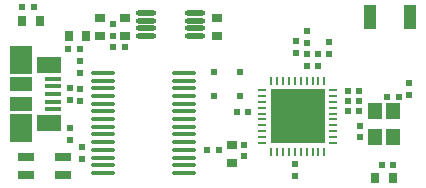
<source format=gtp>
%FSTAX23Y23*%
%MOMM*%
%SFA1B1*%

%IPPOS*%
%ADD10R,0.599999X0.499999*%
%ADD11R,0.499999X0.599999*%
%ADD12R,2.099996X1.474997*%
%ADD13R,1.379997X0.449999*%
%ADD14R,1.899996X1.174998*%
%ADD15R,1.899996X2.374995*%
%ADD16R,0.699999X0.899998*%
%ADD17R,0.899998X0.699999*%
%ADD18O,1.799996X0.449999*%
%ADD19O,2.099996X0.349999*%
%ADD20R,0.599999X0.599999*%
%ADD21R,1.149998X1.399997*%
%ADD22R,0.999998X1.999996*%
%ADD23R,1.399997X0.699999*%
%ADD24O,0.799998X0.200000*%
%ADD25O,0.200000X0.799998*%
%ADD26R,4.599991X4.599991*%
%LNusb_dongle_pcb-1*%
%LPD*%
G54D10*
X57349Y27349D03*
X58349D03*
X26924Y40749D03*
X27924D03*
X31799Y37249D03*
X30799D03*
X42574Y28674D03*
X43574D03*
X54474Y33674D03*
X55474D03*
X54474Y32799D03*
X55474D03*
X57824Y33174D03*
X58824D03*
X54474Y31924D03*
X55474D03*
X34624Y37374D03*
X35624D03*
X46074Y31849D03*
X45074D03*
G54D11*
X30974Y33899D03*
Y32899D03*
X31849Y32849D03*
Y33849D03*
X50099Y36849D03*
Y37849D03*
X52874Y36774D03*
Y37774D03*
X34574Y38299D03*
Y39299D03*
X31949Y27874D03*
Y28874D03*
X30924Y29549D03*
Y30549D03*
X31849Y35174D03*
Y36174D03*
X45724Y29124D03*
Y28124D03*
X59699Y33349D03*
Y34349D03*
X51074Y35774D03*
Y36774D03*
X51949D03*
Y35774D03*
X51074Y37724D03*
Y38724D03*
X55549Y29724D03*
Y30724D03*
X49999Y27474D03*
Y26474D03*
G54D12*
X29149Y35862D03*
Y30937D03*
G54D13*
X29509Y32099D03*
Y32749D03*
Y33399D03*
Y34699D03*
Y34049D03*
G54D14*
X26849Y32562D03*
Y34237D03*
G54D15*
X26849Y30487D03*
Y36312D03*
G54D16*
X30849Y38324D03*
X32349D03*
X28399Y39624D03*
X26899D03*
X56799Y26274D03*
X58299D03*
G54D17*
X33499Y39799D03*
Y38299D03*
X35624Y39799D03*
Y38299D03*
X44674Y29074D03*
Y27574D03*
X43449Y38324D03*
Y39824D03*
G54D18*
X37424Y40274D03*
Y39624D03*
Y38974D03*
Y38324D03*
X41574Y40274D03*
Y39624D03*
Y38974D03*
Y38324D03*
G54D19*
X33749Y35174D03*
Y34524D03*
Y33874D03*
Y33224D03*
Y32574D03*
Y31924D03*
Y31274D03*
Y30624D03*
Y29974D03*
Y29324D03*
Y28674D03*
Y28024D03*
Y27374D03*
Y26724D03*
X40649Y35174D03*
Y34524D03*
Y33874D03*
Y33224D03*
Y32574D03*
Y31924D03*
Y31274D03*
Y30624D03*
Y29974D03*
Y29324D03*
Y28674D03*
Y28024D03*
Y27374D03*
Y26724D03*
G54D20*
X43174Y35224D03*
X45374D03*
X43199Y33249D03*
X45399D03*
G54D21*
X56749Y29724D03*
Y31924D03*
X58349D03*
Y29724D03*
G54D22*
X5635Y3995D03*
X5975D03*
G54D23*
X27199Y28074D03*
X30399D03*
Y26574D03*
X27199D03*
G54D24*
X53249Y29249D03*
Y29749D03*
Y30249D03*
Y30749D03*
Y31249D03*
Y31749D03*
Y32249D03*
Y32749D03*
Y33249D03*
Y33749D03*
X47249D03*
Y33249D03*
Y32749D03*
Y32249D03*
Y31749D03*
Y31249D03*
Y30749D03*
Y30249D03*
Y29749D03*
Y29249D03*
G54D25*
X52499Y34499D03*
X51999D03*
X51499D03*
X50999D03*
X50499D03*
X49999D03*
X49499D03*
X48999D03*
X48499D03*
X47999D03*
Y28499D03*
X48499D03*
X48999D03*
X49499D03*
X49999D03*
X50499D03*
X50999D03*
X51499D03*
X51999D03*
X52499D03*
G54D26*
X50249Y31499D03*
M02*
</source>
